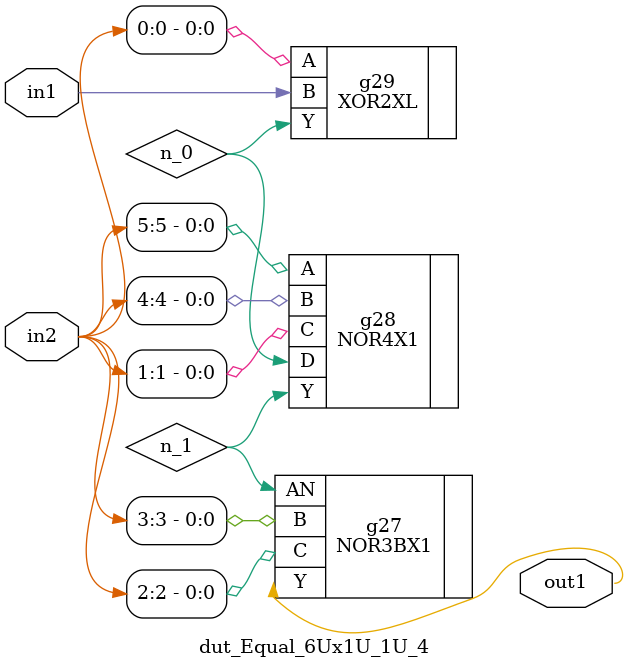
<source format=v>
`timescale 1ps / 1ps


module dut_Equal_6Ux1U_1U_4(in2, in1, out1);
  input [5:0] in2;
  input in1;
  output out1;
  wire [5:0] in2;
  wire in1;
  wire out1;
  wire n_0, n_1;
  NOR3BX1 g27(.AN (n_1), .B (in2[3]), .C (in2[2]), .Y (out1));
  NOR4X1 g28(.A (in2[5]), .B (in2[4]), .C (in2[1]), .D (n_0), .Y (n_1));
  XOR2XL g29(.A (in2[0]), .B (in1), .Y (n_0));
endmodule



</source>
